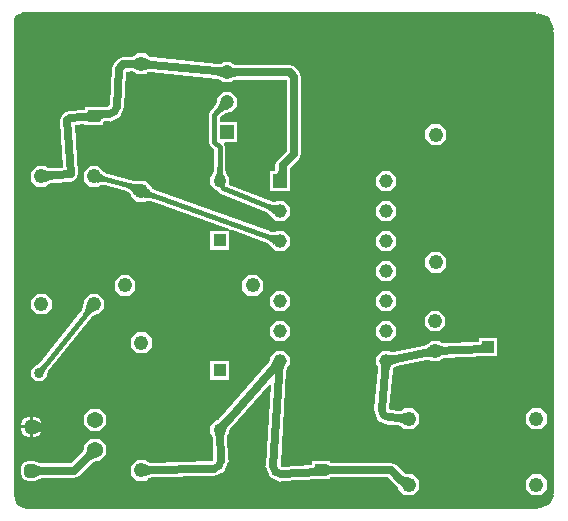
<source format=gbr>
G04*
G04 #@! TF.GenerationSoftware,Altium Limited,Altium Designer,24.7.2 (38)*
G04*
G04 Layer_Physical_Order=1*
G04 Layer_Color=255*
%FSLAX44Y44*%
%MOMM*%
G71*
G04*
G04 #@! TF.SameCoordinates,DA7644E0-93A3-41EC-BC17-E7A0BFE8D910*
G04*
G04*
G04 #@! TF.FilePolarity,Positive*
G04*
G01*
G75*
G04:AMPARAMS|DCode=14|XSize=1.143mm|YSize=1.143mm|CornerRadius=0.2858mm|HoleSize=0mm|Usage=FLASHONLY|Rotation=0.000|XOffset=0mm|YOffset=0mm|HoleType=Round|Shape=RoundedRectangle|*
%AMROUNDEDRECTD14*
21,1,1.1430,0.5715,0,0,0.0*
21,1,0.5715,1.1430,0,0,0.0*
1,1,0.5715,0.2858,-0.2858*
1,1,0.5715,-0.2858,-0.2858*
1,1,0.5715,-0.2858,0.2858*
1,1,0.5715,0.2858,0.2858*
%
%ADD14ROUNDEDRECTD14*%
%ADD28C,0.6350*%
%ADD29C,0.4064*%
%ADD30R,1.2000X1.2000*%
%ADD31C,1.2000*%
%ADD32R,1.1000X1.1000*%
%ADD33C,1.1000*%
%ADD34R,1.0100X1.0100*%
%ADD35C,1.2400*%
%ADD36R,1.1700X1.1700*%
%ADD37C,1.1700*%
%ADD38R,1.3700X1.3700*%
%ADD39C,1.3700*%
%ADD40C,1.2180*%
%ADD41C,0.8585*%
G36*
X443830Y421376D02*
Y421376D01*
X444464Y420437D01*
X444463Y420330D01*
X444500Y420314D01*
X444500Y420384D01*
X445770Y421232D01*
X454998Y417410D01*
X459032Y407670D01*
X458383Y406631D01*
X458304Y406506D01*
X458096Y406400D01*
X458034D01*
X458432Y405439D01*
X458640Y405266D01*
X459357Y404666D01*
Y14644D01*
X458455Y13750D01*
X458050Y13754D01*
X458034Y13716D01*
X458743Y12446D01*
X455726Y5162D01*
X447802Y1880D01*
X446532Y2638D01*
X446532Y2850D01*
X446506Y2839D01*
X446480Y2828D01*
X446483Y2579D01*
X445754Y1690D01*
X445593Y1527D01*
X11850D01*
X10956Y2429D01*
X10960Y2834D01*
X10922Y2850D01*
X9652Y2371D01*
X4507Y4502D01*
X2363Y9677D01*
X2840Y10950D01*
X2840Y10951D01*
X2850Y11430D01*
X2829Y11480D01*
X2431Y11475D01*
X1527Y12367D01*
Y415798D01*
X2138D01*
X3668Y419492D01*
X6096Y420498D01*
X7366Y420314D01*
X7827Y420505D01*
X7806Y420688D01*
X8650Y421637D01*
X443572D01*
X443830Y421376D01*
D02*
G37*
%LPC*%
G36*
X362653Y326948D02*
X355412D01*
X350292Y321828D01*
Y314588D01*
X355412Y309468D01*
X362653D01*
X367772Y314588D01*
Y321828D01*
X362653Y326948D01*
D02*
G37*
G36*
X320467Y287282D02*
X313517D01*
X308602Y282367D01*
Y275417D01*
X313517Y270502D01*
X320467D01*
X325382Y275417D01*
Y282367D01*
X320467Y287282D01*
D02*
G37*
G36*
X113333Y386943D02*
X106093D01*
X104315Y385166D01*
X104004Y385088D01*
X103718Y384876D01*
X103469Y384738D01*
X103073Y384568D01*
X102537Y384389D01*
X101867Y384213D01*
X101297Y384095D01*
X94143Y383699D01*
X92153Y382742D01*
X90112Y381896D01*
X86547Y378331D01*
X85706Y376301D01*
X84746Y374325D01*
X82933Y343908D01*
X82651Y342757D01*
X82173Y342560D01*
X81989Y342114D01*
X80824Y341889D01*
X71763Y341791D01*
X70661Y341321D01*
X65594D01*
X65350Y341468D01*
X65138Y341416D01*
X64936Y341500D01*
X64504Y341321D01*
X62365D01*
Y339597D01*
X62300Y339566D01*
X61871Y339417D01*
X61768Y339392D01*
X48590Y338526D01*
X44345Y336431D01*
X42476Y334299D01*
X41716Y332058D01*
X40955Y329816D01*
X43558Y290220D01*
X32992Y289525D01*
X32303Y289590D01*
X31617Y289693D01*
X31058Y289816D01*
X30634Y289948D01*
X30349Y290070D01*
X30014Y290267D01*
X29975Y290272D01*
X28702Y291546D01*
X21461D01*
X16341Y286426D01*
Y279186D01*
X21461Y274066D01*
X28702D01*
X30592Y275956D01*
X30948Y276055D01*
X31254Y276294D01*
X31521Y276452D01*
X31925Y276638D01*
X32463Y276834D01*
X33129Y277026D01*
X33804Y277180D01*
X50542Y278281D01*
X54788Y280375D01*
X56309Y284859D01*
X53575Y326455D01*
X61475Y326974D01*
X62365Y326141D01*
Y326141D01*
X64504D01*
X64936Y325962D01*
X65227Y326083D01*
X65538Y326029D01*
X65697Y326141D01*
X77545D01*
Y328751D01*
X77677Y328993D01*
X77696Y329168D01*
X77806Y329235D01*
X78149Y329379D01*
X78556Y329492D01*
X82795Y329538D01*
X82821Y329081D01*
X91894Y332839D01*
X95404Y341314D01*
X95173Y341328D01*
X96956Y371244D01*
X97189Y371477D01*
X101482Y371715D01*
X101499Y371714D01*
X102270Y371626D01*
X102954Y371506D01*
X103515Y371367D01*
X103950Y371219D01*
X104254Y371079D01*
X104609Y370858D01*
X104715Y370840D01*
X106093Y369463D01*
X113333D01*
X114520Y370650D01*
X114726Y370762D01*
X115015Y370874D01*
X115444Y370990D01*
X116007Y371094D01*
X116695Y371174D01*
X117386Y371215D01*
X173801Y365542D01*
X174291Y365417D01*
X174922Y365219D01*
X175420Y365026D01*
X175779Y364851D01*
X175994Y364717D01*
X176248Y364505D01*
X176652Y364380D01*
X178657Y362375D01*
X185732D01*
X187256Y363899D01*
X187470Y363943D01*
X187745Y364128D01*
X187971Y364239D01*
X188347Y364378D01*
X188862Y364520D01*
X189508Y364654D01*
X190009Y364729D01*
X232773D01*
X232869Y364633D01*
Y304691D01*
X225123Y296945D01*
X223311Y292571D01*
Y288264D01*
X223203Y287861D01*
X223065Y287522D01*
X223010Y287432D01*
X222850Y287414D01*
X222608Y287282D01*
X218432D01*
Y270502D01*
X235212D01*
Y280430D01*
X235683Y281567D01*
Y290009D01*
X243429Y297755D01*
X245241Y302129D01*
Y367195D01*
X243429Y371570D01*
X239709Y375289D01*
X235335Y377101D01*
X190009D01*
X189508Y377177D01*
X188862Y377310D01*
X188346Y377453D01*
X187971Y377591D01*
X187744Y377703D01*
X187470Y377888D01*
X187256Y377931D01*
X185732Y379455D01*
X178657D01*
X177512Y378310D01*
X177352Y378224D01*
X177115Y378135D01*
X176728Y378035D01*
X176201Y377945D01*
X175545Y377877D01*
X175039Y377852D01*
X118624Y383524D01*
X117956Y383702D01*
X117296Y383917D01*
X116765Y384131D01*
X116368Y384330D01*
X116107Y384498D01*
X115810Y384747D01*
X115400Y384876D01*
X113333Y386943D01*
D02*
G37*
G36*
X320467Y261882D02*
X313517D01*
X308602Y256967D01*
Y250017D01*
X313517Y245102D01*
X320467D01*
X325382Y250017D01*
Y256967D01*
X320467Y261882D01*
D02*
G37*
G36*
X185732Y354055D02*
X178657D01*
X173655Y349053D01*
Y346839D01*
X173516Y346612D01*
X173402Y345877D01*
X173251Y345252D01*
X173042Y344616D01*
X172773Y343969D01*
X172440Y343309D01*
X172041Y342634D01*
X171594Y341978D01*
X171302Y341621D01*
X168123Y338442D01*
X166674Y334943D01*
Y312221D01*
X168123Y308722D01*
X171073Y305772D01*
Y288065D01*
X171065Y287992D01*
X170933Y287244D01*
X170770Y286561D01*
X170578Y285942D01*
X170359Y285385D01*
X170117Y284888D01*
X169853Y284446D01*
X169494Y283951D01*
X169432Y283690D01*
X167982Y282240D01*
Y275580D01*
X172692Y270870D01*
X174086D01*
X174126Y270778D01*
X176837Y268134D01*
X215711Y252602D01*
X215921Y252486D01*
X216606Y252054D01*
X217221Y251608D01*
X217768Y251153D01*
X218251Y250688D01*
X218432Y250484D01*
Y250017D01*
X223347Y245102D01*
X230297D01*
X235212Y250017D01*
Y256967D01*
X230297Y261882D01*
X223347D01*
X222927Y261463D01*
X222543Y261430D01*
X221873Y261426D01*
X221162Y261473D01*
X220410Y261574D01*
X219652Y261725D01*
X219291Y261830D01*
X184062Y275906D01*
Y282240D01*
X182612Y283690D01*
X182550Y283951D01*
X182191Y284446D01*
X181927Y284888D01*
X181685Y285385D01*
X181466Y285942D01*
X181274Y286561D01*
X181110Y287244D01*
X180986Y287956D01*
X180971Y288117D01*
Y307822D01*
X179942Y310305D01*
X180791Y311575D01*
X190735D01*
Y328655D01*
X176571D01*
Y332893D01*
X178384Y334706D01*
X178626Y334893D01*
X179314Y335362D01*
X179988Y335761D01*
X180648Y336093D01*
X181296Y336362D01*
X181931Y336571D01*
X182557Y336722D01*
X183291Y336837D01*
X183519Y336975D01*
X185732D01*
X190735Y341978D01*
Y349053D01*
X185732Y354055D01*
D02*
G37*
G36*
X320467Y236482D02*
X313517D01*
X308602Y231567D01*
Y224617D01*
X313517Y219702D01*
X320467D01*
X325382Y224617D01*
Y231567D01*
X320467Y236482D01*
D02*
G37*
G36*
X73151Y291546D02*
X65911D01*
X60791Y286426D01*
Y279186D01*
X65911Y274066D01*
X73151D01*
X74033Y274947D01*
X74461Y275078D01*
X75159Y275233D01*
X75894Y275338D01*
X76668Y275392D01*
X77485Y275393D01*
X78306Y275341D01*
X78869Y275255D01*
X97437Y270409D01*
X97957Y270142D01*
X98584Y269745D01*
X99182Y269287D01*
X99753Y268764D01*
X100300Y268171D01*
X100824Y267502D01*
X100973Y267280D01*
Y266483D01*
X106093Y261363D01*
X113333D01*
X113937Y261968D01*
X114644Y262059D01*
X115385Y262098D01*
X116161Y262083D01*
X116975Y262011D01*
X117788Y261886D01*
X118341Y261751D01*
X183934Y238220D01*
X183713Y236950D01*
X182879Y236950D01*
X182879Y236950D01*
X182844Y236950D01*
X167982D01*
Y220870D01*
X184062D01*
Y235824D01*
X184062Y235826D01*
Y235826D01*
X184062Y236825D01*
X184887Y237878D01*
X215750Y226806D01*
X215964Y226698D01*
X216664Y226290D01*
X217294Y225867D01*
X217857Y225431D01*
X218356Y224984D01*
X218432Y224905D01*
Y224617D01*
X219560Y223489D01*
X219571Y223473D01*
X219586Y223463D01*
X223347Y219702D01*
X230297D01*
X235212Y224617D01*
Y231567D01*
X230297Y236482D01*
X223347D01*
X222802Y235938D01*
X222263Y235873D01*
X221593Y235844D01*
X220881Y235866D01*
X220126Y235940D01*
X219363Y236064D01*
X218999Y236156D01*
X121550Y271114D01*
X121204Y271293D01*
X120462Y271734D01*
X119789Y272195D01*
X119180Y272677D01*
X118633Y273179D01*
X118453Y273371D01*
Y273724D01*
X113333Y278843D01*
X106093D01*
X105962Y278712D01*
X105692Y278717D01*
X105062Y278779D01*
X103239Y279124D01*
X81232Y284867D01*
X80871Y285014D01*
X80093Y285387D01*
X79381Y285787D01*
X78731Y286213D01*
X78142Y286663D01*
X77609Y287139D01*
X77129Y287641D01*
X76627Y288257D01*
X76222Y288476D01*
X73151Y291546D01*
D02*
G37*
G36*
X362653Y218848D02*
X355412D01*
X350292Y213728D01*
Y206488D01*
X355412Y201368D01*
X362653D01*
X367772Y206488D01*
Y213728D01*
X362653Y218848D01*
D02*
G37*
G36*
X320467Y211082D02*
X313517D01*
X308602Y206167D01*
Y199217D01*
X313517Y194302D01*
X320467D01*
X325382Y199217D01*
Y206167D01*
X320467Y211082D01*
D02*
G37*
G36*
X207631Y199224D02*
X200390D01*
X195270Y194105D01*
Y186864D01*
X200390Y181744D01*
X207631D01*
X212750Y186864D01*
Y194105D01*
X207631Y199224D01*
D02*
G37*
G36*
X99531D02*
X92290D01*
X87170Y194105D01*
Y186864D01*
X92290Y181744D01*
X99531D01*
X104650Y186864D01*
Y194105D01*
X99531Y199224D01*
D02*
G37*
G36*
X320467Y185682D02*
X313517D01*
X308602Y180767D01*
Y173817D01*
X313517Y168902D01*
X320467D01*
X325382Y173817D01*
Y180767D01*
X320467Y185682D01*
D02*
G37*
G36*
X230297D02*
X223347D01*
X218432Y180767D01*
Y173817D01*
X223347Y168902D01*
X230297D01*
X235212Y173817D01*
Y180767D01*
X230297Y185682D01*
D02*
G37*
G36*
X28702Y183446D02*
X21461D01*
X16341Y178326D01*
Y171086D01*
X21461Y165966D01*
X28702D01*
X33821Y171086D01*
Y178326D01*
X28702Y183446D01*
D02*
G37*
G36*
X361857Y168973D02*
X354708D01*
X349652Y163918D01*
Y156768D01*
X354708Y151713D01*
X361857D01*
X366912Y156768D01*
Y163918D01*
X361857Y168973D01*
D02*
G37*
G36*
X320467Y160282D02*
X313517D01*
X308602Y155367D01*
Y148417D01*
X313517Y143502D01*
X320467D01*
X325382Y148417D01*
Y155367D01*
X320467Y160282D01*
D02*
G37*
G36*
X230297D02*
X223347D01*
X218432Y155367D01*
Y148417D01*
X223347Y143502D01*
X230297D01*
X235212Y148417D01*
Y155367D01*
X230297Y160282D01*
D02*
G37*
G36*
X410974Y146053D02*
X395794D01*
Y143360D01*
X395662Y143118D01*
X395639Y142905D01*
X395482Y142804D01*
X395129Y142646D01*
X394714Y142519D01*
X366092Y141431D01*
X365504Y141499D01*
X364839Y141614D01*
X364303Y141744D01*
X363904Y141876D01*
X363651Y141991D01*
X363348Y142180D01*
X363231Y142199D01*
X361857Y143573D01*
X354708D01*
X352099Y140964D01*
X351642Y140769D01*
X351393Y140514D01*
X351173Y140342D01*
X350818Y140119D01*
X350328Y139865D01*
X349710Y139595D01*
X349155Y139389D01*
X323091Y134054D01*
X322626Y134016D01*
X322021Y134012D01*
X321515Y134041D01*
X321274Y134075D01*
X320467Y134882D01*
X313517D01*
X308602Y129967D01*
Y123017D01*
X309730Y121889D01*
X309825Y121714D01*
X309898Y121517D01*
X309977Y121208D01*
X310142Y119989D01*
X310158Y119678D01*
X307104Y86267D01*
X307096Y86257D01*
X306998Y86266D01*
X306530Y85136D01*
X310354Y75902D01*
X318679Y72454D01*
X318690Y72615D01*
X318717Y72631D01*
X318727Y72630D01*
X327316Y72037D01*
X327990Y71881D01*
X328656Y71687D01*
X329193Y71489D01*
X329596Y71302D01*
X329863Y71143D01*
X330168Y70903D01*
X330530Y70802D01*
X332436Y68895D01*
X339677D01*
X344796Y74015D01*
Y81255D01*
X339677Y86375D01*
X332436D01*
X331177Y85115D01*
X331148Y85111D01*
X330813Y84916D01*
X330527Y84795D01*
X330102Y84664D01*
X329543Y84543D01*
X328857Y84442D01*
X328168Y84380D01*
X321453Y84843D01*
X321440Y84845D01*
X320457Y85091D01*
X320141Y85462D01*
X320075Y85622D01*
X319966Y85667D01*
X319628Y86064D01*
X319597Y87027D01*
X322470Y118469D01*
X322568Y118925D01*
X322739Y119506D01*
X322913Y119981D01*
X323067Y120314D01*
X323175Y120494D01*
X323355Y120718D01*
X323374Y120781D01*
X323434Y120806D01*
X323636Y121010D01*
X323804Y121137D01*
X324077Y121302D01*
X325196Y121812D01*
X325489Y121917D01*
X351635Y127268D01*
X352227Y127297D01*
X352902Y127292D01*
X353452Y127251D01*
X353829Y127191D01*
X354708Y126313D01*
X361857D01*
X363582Y128038D01*
X363883Y128112D01*
X364170Y128323D01*
X364415Y128457D01*
X364802Y128619D01*
X365326Y128790D01*
X365981Y128954D01*
X366562Y129068D01*
X401744Y130406D01*
X402759Y130872D01*
X410974D01*
Y146053D01*
D02*
G37*
G36*
X113333Y150723D02*
X106093D01*
X100973Y145604D01*
Y138363D01*
X106093Y133243D01*
X113333D01*
X118453Y138363D01*
Y145604D01*
X113333Y150723D01*
D02*
G37*
G36*
X184062Y126512D02*
X167982D01*
Y110432D01*
X184062D01*
Y126512D01*
D02*
G37*
G36*
X73151Y183446D02*
X65911D01*
X60791Y178326D01*
Y175241D01*
X60584Y174789D01*
X60554Y173994D01*
X60473Y173305D01*
X60333Y172604D01*
X60134Y171889D01*
X59871Y171158D01*
X59543Y170410D01*
X59165Y169680D01*
X58859Y169199D01*
X23138Y124080D01*
X23018Y123959D01*
X22655Y123640D01*
X22312Y123372D01*
X22018Y123175D01*
X21784Y123045D01*
X21617Y122972D01*
X21412Y122911D01*
X20284D01*
X16281Y118908D01*
Y113248D01*
X20284Y109245D01*
X25944D01*
X29947Y113248D01*
Y115505D01*
X30151Y115922D01*
X30168Y116203D01*
X30200Y116381D01*
X30273Y116640D01*
X30398Y116970D01*
X30579Y117366D01*
X30793Y117767D01*
X30943Y117995D01*
X66707Y163166D01*
X66987Y163437D01*
X67641Y163999D01*
X68294Y164489D01*
X68945Y164913D01*
X69595Y165271D01*
X70245Y165567D01*
X70898Y165805D01*
X71482Y165966D01*
X73151D01*
X78271Y171086D01*
Y178326D01*
X73151Y183446D01*
D02*
G37*
G36*
X19621Y79312D02*
X18034D01*
Y71882D01*
X21047D01*
Y75939D01*
X21629Y75530D01*
X22254Y75164D01*
X22921Y74841D01*
X23631Y74562D01*
X24383Y74325D01*
X25178Y74131D01*
X25191Y74129D01*
X23753Y77601D01*
X19621Y79312D01*
D02*
G37*
G36*
X15494D02*
X13907D01*
X9775Y77601D01*
X8064Y73470D01*
Y71882D01*
X15494D01*
Y79312D01*
D02*
G37*
G36*
X447777Y86375D02*
X440536D01*
X435416Y81255D01*
Y74015D01*
X440536Y68895D01*
X447777D01*
X452896Y74015D01*
Y81255D01*
X447777Y86375D01*
D02*
G37*
G36*
X74480Y86046D02*
X66701D01*
X61200Y80546D01*
Y72767D01*
X66701Y67266D01*
X74480D01*
X79980Y72767D01*
Y80546D01*
X74480Y86046D01*
D02*
G37*
G36*
X21047Y69342D02*
X18034D01*
Y61912D01*
X19621D01*
X23753Y63623D01*
X25191Y67095D01*
X25178Y67093D01*
X24383Y66899D01*
X23631Y66662D01*
X22921Y66383D01*
X22254Y66060D01*
X21629Y65694D01*
X21047Y65285D01*
Y69342D01*
D02*
G37*
G36*
X15494D02*
X8064D01*
Y67755D01*
X9775Y63623D01*
X13907Y61912D01*
X15494D01*
Y69342D01*
D02*
G37*
G36*
X74480Y60646D02*
X66701D01*
X61200Y55146D01*
Y52699D01*
X61076Y52505D01*
X60977Y51946D01*
X60838Y51477D01*
X60615Y50928D01*
X60319Y50342D01*
X59346Y48829D01*
X59126Y48541D01*
X50300Y39714D01*
X25375D01*
X25239Y39738D01*
X24614Y39891D01*
X24041Y40071D01*
X23518Y40277D01*
X23300Y40382D01*
X23245Y40517D01*
X22543Y40807D01*
X22119Y41105D01*
X21480Y41247D01*
X19114Y42228D01*
X13398D01*
X9267Y40517D01*
X7556Y36386D01*
Y30670D01*
X9267Y26539D01*
X13398Y24828D01*
X19114D01*
X21480Y25809D01*
X22119Y25951D01*
X22543Y26249D01*
X23245Y26539D01*
X23300Y26674D01*
X23518Y26779D01*
X24041Y26985D01*
X24614Y27165D01*
X25239Y27318D01*
X25375Y27342D01*
X52862D01*
X57236Y29154D01*
X67799Y39717D01*
X68221Y40055D01*
X68946Y40551D01*
X69638Y40965D01*
X70262Y41281D01*
X70811Y41504D01*
X71280Y41643D01*
X71838Y41742D01*
X72032Y41866D01*
X74480D01*
X79980Y47367D01*
Y55146D01*
X74480Y60646D01*
D02*
G37*
G36*
X230297Y134882D02*
X223347D01*
X218432Y129967D01*
Y127433D01*
X218253Y127122D01*
X218215Y126837D01*
X218159Y126635D01*
X218041Y126338D01*
X217458Y125255D01*
X217288Y124994D01*
X175585Y77363D01*
X175175Y77031D01*
X174813Y76773D01*
X174564Y76623D01*
X174467Y76578D01*
X174290Y76528D01*
X174270Y76512D01*
X172692D01*
X167982Y71802D01*
Y65142D01*
X169544Y63579D01*
X169607Y63300D01*
X169712Y63150D01*
X169760Y63054D01*
X169860Y62781D01*
X169978Y62353D01*
X170083Y61857D01*
X170089Y61809D01*
X170790Y43644D01*
X170702Y42668D01*
X170348Y42291D01*
X170212Y42234D01*
X170147Y42076D01*
X169805Y41711D01*
X168948Y41558D01*
X168815Y41537D01*
X117891Y40274D01*
X117205Y40367D01*
X116524Y40498D01*
X115971Y40644D01*
X115552Y40792D01*
X115272Y40926D01*
X114946Y41136D01*
X114792Y41164D01*
X113333Y42623D01*
X106093D01*
X100973Y37503D01*
Y30263D01*
X106093Y25143D01*
X113333D01*
X115024Y26834D01*
X115300Y26899D01*
X115615Y27125D01*
X115887Y27272D01*
X116299Y27441D01*
X116844Y27615D01*
X117518Y27779D01*
X118198Y27906D01*
X171009Y29216D01*
X171016Y29212D01*
X171026Y28825D01*
X179933Y32514D01*
X183435Y40969D01*
X183758Y41748D01*
X183552Y42244D01*
X183181Y43365D01*
X182450Y62314D01*
X182519Y62836D01*
X182605Y63273D01*
X182683Y63553D01*
X182723Y63652D01*
X182817Y63810D01*
X182831Y63911D01*
X184062Y65142D01*
Y67527D01*
X184236Y67820D01*
X184263Y68001D01*
X184295Y68104D01*
X184410Y68370D01*
X184618Y68763D01*
X184882Y69196D01*
X184912Y69235D01*
X218254Y107316D01*
X219429Y106833D01*
X215235Y37913D01*
X215223Y37898D01*
X214997Y37911D01*
X214690Y37169D01*
X214904Y36653D01*
X218515Y27935D01*
X227083Y24386D01*
X227749Y24110D01*
X228355Y24361D01*
Y24361D01*
X228363Y24648D01*
X260676Y26229D01*
X261656Y26693D01*
X266568D01*
X266777Y26558D01*
X267029Y26613D01*
X267268Y26514D01*
X267699Y26693D01*
X269838D01*
Y28054D01*
X270017Y28097D01*
X318651D01*
X326342Y20406D01*
X326590Y20303D01*
X327202Y19602D01*
X327316Y19457D01*
Y18135D01*
X332436Y13015D01*
X339677D01*
X344796Y18135D01*
Y25375D01*
X339677Y30495D01*
X336583D01*
X336147Y30701D01*
X335501Y30732D01*
X334984Y30815D01*
X334433Y30961D01*
X333844Y31180D01*
X333218Y31477D01*
X332553Y31859D01*
X332039Y32205D01*
X325587Y38657D01*
X321213Y40469D01*
X270017D01*
X269838Y40511D01*
Y41873D01*
X267699D01*
X267268Y42052D01*
X267029Y41953D01*
X266777Y42008D01*
X266568Y41873D01*
X254658D01*
Y39149D01*
X254526Y38907D01*
X254501Y38678D01*
X254326Y38563D01*
X253969Y38400D01*
X253551Y38267D01*
X229673Y37099D01*
X229485Y37103D01*
X229252Y37118D01*
X228247Y37648D01*
X228229Y37667D01*
X227712Y38699D01*
X227704Y38876D01*
X227701Y39095D01*
X232542Y118639D01*
X232626Y119098D01*
X232778Y119683D01*
X232938Y120164D01*
X233081Y120501D01*
X233184Y120685D01*
X233358Y120914D01*
X233446Y121251D01*
X235212Y123017D01*
Y129967D01*
X230297Y134882D01*
D02*
G37*
G36*
X447777Y30495D02*
X440536D01*
X435416Y25375D01*
Y18135D01*
X440536Y13015D01*
X447777D01*
X452896Y18135D01*
Y25375D01*
X447777Y30495D01*
D02*
G37*
%LPD*%
G36*
X178004Y366621D02*
X177607Y366950D01*
X177113Y367259D01*
X176521Y367548D01*
X175831Y367815D01*
X175044Y368062D01*
X174160Y368288D01*
X172099Y368678D01*
X169648Y368986D01*
X170283Y375304D01*
X171560Y375191D01*
X174844Y375089D01*
X175755Y375135D01*
X176576Y375220D01*
X177305Y375345D01*
X177942Y375510D01*
X178488Y375714D01*
X178943Y375958D01*
X178004Y366621D01*
D02*
G37*
G36*
X114475Y382278D02*
X115005Y381939D01*
X115632Y381623D01*
X116355Y381332D01*
X117176Y381064D01*
X118093Y380821D01*
X120219Y380405D01*
X122732Y380085D01*
X122096Y373767D01*
X120788Y373882D01*
X117404Y373970D01*
X116457Y373914D01*
X115599Y373815D01*
X114832Y373673D01*
X114156Y373489D01*
X113569Y373262D01*
X113073Y372993D01*
X114043Y382641D01*
X114475Y382278D01*
D02*
G37*
G36*
X106063Y373191D02*
X105561Y373504D01*
X104970Y373776D01*
X104290Y374008D01*
X103521Y374198D01*
X102663Y374348D01*
X101716Y374456D01*
X99556Y374552D01*
X98343Y374538D01*
X97040Y374484D01*
X96883Y380835D01*
X98203Y380924D01*
X101571Y381344D01*
X102496Y381536D01*
X103322Y381753D01*
X104050Y381996D01*
X104679Y382265D01*
X105210Y382559D01*
X105642Y382879D01*
X106063Y373191D01*
D02*
G37*
G36*
X186362Y375319D02*
X186886Y375061D01*
X187503Y374833D01*
X188216Y374636D01*
X189024Y374469D01*
X189926Y374333D01*
X192016Y374151D01*
X194486Y374090D01*
Y367740D01*
X193204Y367725D01*
X189926Y367497D01*
X189024Y367361D01*
X188216Y367194D01*
X187503Y366997D01*
X186886Y366769D01*
X186362Y366511D01*
X185934Y366223D01*
Y375607D01*
X186362Y375319D01*
D02*
G37*
G36*
X81324Y332533D02*
X80114Y332489D01*
X79031Y332382D01*
X78075Y332213D01*
X77246Y331981D01*
X76544Y331688D01*
X75970Y331333D01*
X75523Y330915D01*
X75203Y330435D01*
X75010Y329893D01*
X74944Y329290D01*
X74975Y338750D01*
X75038Y338763D01*
X75227Y338776D01*
X81290Y338884D01*
X81324Y332533D01*
D02*
G37*
G36*
X64936Y328711D02*
X64872Y328994D01*
X64682Y329237D01*
X64365Y329443D01*
X63922Y329610D01*
X63352Y329738D01*
X62655Y329828D01*
X61831Y329879D01*
X59803Y329867D01*
X58599Y329803D01*
Y336166D01*
X59803Y336267D01*
X61831Y336574D01*
X62655Y336780D01*
X63352Y337020D01*
X63922Y337296D01*
X64365Y337607D01*
X64682Y337953D01*
X64872Y338334D01*
X64936Y338750D01*
Y328711D01*
D02*
G37*
G36*
X232642Y284711D02*
X223147Y284681D01*
X223750Y284747D01*
X224290Y284939D01*
X224766Y285260D01*
X225179Y285707D01*
X225528Y286281D01*
X225814Y286983D01*
X226036Y287812D01*
X226195Y288768D01*
X226290Y289851D01*
X226322Y291061D01*
X232672D01*
X232642Y284711D01*
D02*
G37*
G36*
X29106Y287611D02*
X29684Y287364D01*
X30354Y287156D01*
X31116Y286988D01*
X31969Y286860D01*
X32915Y286771D01*
X35079Y286712D01*
X37611Y286812D01*
X38027Y280475D01*
X36718Y280372D01*
X33366Y279900D01*
X32441Y279689D01*
X31612Y279450D01*
X30879Y279183D01*
X30241Y278890D01*
X29700Y278569D01*
X29255Y278221D01*
X28619Y287897D01*
X29106Y287611D01*
D02*
G37*
G36*
X182868Y339553D02*
X182022Y339421D01*
X181178Y339217D01*
X180338Y338942D01*
X179501Y338594D01*
X178668Y338174D01*
X177837Y337682D01*
X177010Y337119D01*
X176187Y336483D01*
X175366Y335775D01*
X174548Y334995D01*
X171675Y337869D01*
X172454Y338686D01*
X173798Y340331D01*
X174362Y341158D01*
X174854Y341988D01*
X175273Y342822D01*
X175621Y343659D01*
X175897Y344499D01*
X176101Y345342D01*
X176233Y346189D01*
X182868Y339553D01*
D02*
G37*
G36*
X178077Y289559D02*
X178258Y287592D01*
X178417Y286686D01*
X178621Y285832D01*
X178871Y285030D01*
X179166Y284279D01*
X179506Y283580D01*
X179892Y282933D01*
X180323Y282338D01*
X171721D01*
X172152Y282933D01*
X172538Y283580D01*
X172878Y284279D01*
X173173Y285030D01*
X173423Y285832D01*
X173627Y286686D01*
X173786Y287592D01*
X173899Y288550D01*
X173990Y290621D01*
X178054D01*
X178077Y289559D01*
D02*
G37*
G36*
X217002Y259631D02*
X218999Y259052D01*
X219957Y258861D01*
X220888Y258736D01*
X221791Y258676D01*
X222668Y258682D01*
X223517Y258753D01*
X224339Y258890D01*
X225133Y259093D01*
X221739Y250597D01*
X221303Y251291D01*
X220801Y251957D01*
X220235Y252594D01*
X219604Y253202D01*
X218908Y253781D01*
X218147Y254332D01*
X217322Y254853D01*
X216431Y255346D01*
X215475Y255810D01*
X214455Y256245D01*
X215963Y260019D01*
X217002Y259631D01*
D02*
G37*
G36*
X75066Y285819D02*
X75698Y285160D01*
X76389Y284543D01*
X77141Y283968D01*
X77953Y283436D01*
X78824Y282946D01*
X79756Y282500D01*
X80748Y282095D01*
X81799Y281733D01*
X82911Y281414D01*
X81885Y277482D01*
X80759Y277747D01*
X78602Y278077D01*
X77571Y278142D01*
X76571Y278141D01*
X75603Y278074D01*
X74666Y277939D01*
X73761Y277739D01*
X72888Y277472D01*
X72046Y277139D01*
X74495Y286521D01*
X75066Y285819D01*
D02*
G37*
G36*
X100407Y276861D02*
X104672Y276055D01*
X105533Y275971D01*
X107008Y275943D01*
X107623Y276000D01*
X108155Y276104D01*
X104229Y267210D01*
X103663Y268202D01*
X103052Y269116D01*
X102396Y269953D01*
X101695Y270713D01*
X100949Y271397D01*
X100159Y272003D01*
X99323Y272532D01*
X98441Y272984D01*
X97515Y273358D01*
X96544Y273656D01*
X99135Y277180D01*
X100407Y276861D01*
D02*
G37*
G36*
X115494Y272612D02*
X116064Y271898D01*
X116698Y271222D01*
X117396Y270583D01*
X118157Y269981D01*
X118982Y269416D01*
X119870Y268888D01*
X120821Y268397D01*
X121837Y267943D01*
X122915Y267526D01*
X121543Y263701D01*
X120445Y264064D01*
X118326Y264585D01*
X117305Y264742D01*
X116309Y264830D01*
X115339Y264849D01*
X114394Y264799D01*
X113475Y264680D01*
X112581Y264492D01*
X111713Y264235D01*
X114987Y273362D01*
X115494Y272612D01*
D02*
G37*
G36*
X216789Y233877D02*
X218806Y233370D01*
X219770Y233213D01*
X220704Y233121D01*
X221609Y233093D01*
X222485Y233130D01*
X223331Y233232D01*
X224148Y233398D01*
X224935Y233629D01*
X221845Y225017D01*
X221385Y225696D01*
X220860Y226343D01*
X220271Y226959D01*
X219619Y227545D01*
X218903Y228099D01*
X218123Y228622D01*
X217279Y229113D01*
X216371Y229574D01*
X215400Y230004D01*
X214365Y230402D01*
X215737Y234227D01*
X216789Y233877D01*
D02*
G37*
G36*
X398364Y133443D02*
X398302Y133412D01*
X398116Y133379D01*
X397804Y133344D01*
X394381Y133145D01*
X392140Y133054D01*
X392019Y139404D01*
X393229Y139482D01*
X394311Y139618D01*
X395266Y139813D01*
X396095Y140067D01*
X396796Y140380D01*
X397370Y140751D01*
X397817Y141181D01*
X398137Y141669D01*
X398329Y142217D01*
X398395Y142823D01*
X398364Y133443D01*
D02*
G37*
G36*
X329320Y125774D02*
X328090Y125508D01*
X324994Y124661D01*
X324161Y124361D01*
X322792Y123738D01*
X322256Y123414D01*
X321819Y123082D01*
X321481Y122741D01*
X319647Y131705D01*
X320091Y131524D01*
X320623Y131390D01*
X321243Y131303D01*
X321951Y131262D01*
X322747Y131268D01*
X324603Y131419D01*
X325663Y131565D01*
X328046Y131995D01*
X329320Y125774D01*
D02*
G37*
G36*
X362351Y139562D02*
X362901Y139313D01*
X363544Y139099D01*
X364281Y138920D01*
X365110Y138777D01*
X366033Y138669D01*
X368159Y138560D01*
X370657Y138591D01*
X370899Y132246D01*
X369604Y132181D01*
X366294Y131816D01*
X365382Y131639D01*
X364565Y131433D01*
X363845Y131199D01*
X363219Y130937D01*
X362690Y130647D01*
X362256Y130328D01*
X361894Y139846D01*
X362351Y139562D01*
D02*
G37*
G36*
X355519Y129516D02*
X355022Y129722D01*
X354438Y129879D01*
X353769Y129985D01*
X353013Y130041D01*
X352171Y130046D01*
X351243Y130002D01*
X349128Y129764D01*
X346668Y129325D01*
X345395Y135546D01*
X346661Y135822D01*
X349868Y136721D01*
X350739Y137045D01*
X351511Y137381D01*
X352183Y137730D01*
X352757Y138090D01*
X353233Y138463D01*
X353609Y138848D01*
X355519Y129516D01*
D02*
G37*
G36*
X321216Y122445D02*
X320915Y122072D01*
X320633Y121601D01*
X320370Y121032D01*
X320126Y120366D01*
X319902Y119602D01*
X319511Y117782D01*
X319344Y116725D01*
X319068Y114319D01*
X312744Y114897D01*
X312845Y116152D01*
X312927Y119360D01*
X312881Y120244D01*
X312680Y121735D01*
X312525Y122342D01*
X312333Y122856D01*
X312104Y123277D01*
X321216Y122445D01*
D02*
G37*
G36*
X331868Y73064D02*
X331424Y73413D01*
X330884Y73736D01*
X330247Y74031D01*
X329515Y74300D01*
X328687Y74541D01*
X327762Y74756D01*
X325625Y75105D01*
X323103Y75346D01*
X323540Y81681D01*
X324851Y81607D01*
X328236Y81625D01*
X329181Y81711D01*
X330035Y81837D01*
X330797Y82002D01*
X331468Y82207D01*
X332047Y82453D01*
X332535Y82738D01*
X331868Y73064D01*
D02*
G37*
G36*
X70934Y168667D02*
X70061Y168426D01*
X69203Y168114D01*
X68359Y167729D01*
X67531Y167272D01*
X66717Y166744D01*
X65918Y166143D01*
X65134Y165470D01*
X64365Y164725D01*
X63610Y163908D01*
X62870Y163019D01*
X59684Y165542D01*
X60380Y166466D01*
X61550Y168307D01*
X62025Y169225D01*
X62427Y170140D01*
X62755Y171054D01*
X63009Y171965D01*
X63190Y172874D01*
X63297Y173781D01*
X63331Y174686D01*
X70934Y168667D01*
D02*
G37*
G36*
X30252Y121820D02*
X29710Y121114D01*
X28428Y119174D01*
X28114Y118587D01*
X27859Y118029D01*
X27660Y117500D01*
X27518Y117001D01*
X27434Y116532D01*
X27407Y116092D01*
X22143Y120259D01*
X22565Y120387D01*
X23002Y120576D01*
X23456Y120829D01*
X23924Y121143D01*
X24409Y121521D01*
X24909Y121960D01*
X25956Y123026D01*
X26503Y123653D01*
X27065Y124342D01*
X30252Y121820D01*
D02*
G37*
G36*
X71359Y44450D02*
X70647Y44323D01*
X69901Y44102D01*
X69122Y43786D01*
X68309Y43374D01*
X67463Y42867D01*
X66583Y42266D01*
X64724Y40776D01*
X63744Y39889D01*
X62731Y38907D01*
X58241Y43397D01*
X59223Y44410D01*
X60903Y46336D01*
X61599Y47249D01*
X62708Y48975D01*
X63120Y49788D01*
X63436Y50567D01*
X63657Y51313D01*
X63783Y52025D01*
X71359Y44450D01*
D02*
G37*
G36*
X21121Y38446D02*
X21746Y38080D01*
X22413Y37757D01*
X23123Y37478D01*
X23875Y37241D01*
X24669Y37047D01*
X25507Y36897D01*
X26386Y36789D01*
X28273Y36703D01*
Y30353D01*
X27308Y30331D01*
X25507Y30159D01*
X24669Y30009D01*
X23875Y29815D01*
X23123Y29578D01*
X22413Y29299D01*
X21746Y28976D01*
X21121Y28610D01*
X20539Y28201D01*
Y38855D01*
X21121Y38446D01*
D02*
G37*
G36*
X225357Y122928D02*
X231167Y122575D01*
X230877Y122193D01*
X230610Y121713D01*
X230364Y121137D01*
X230141Y120464D01*
X229940Y119694D01*
X229604Y117863D01*
X229469Y116801D01*
X229266Y114388D01*
X222928Y114773D01*
X222991Y116030D01*
X222985Y117205D01*
X221350Y115422D01*
X216572Y119605D01*
X217391Y120561D01*
X219342Y123109D01*
X219825Y123851D01*
X220538Y125176D01*
X220769Y125758D01*
X220916Y126287D01*
X220978Y126762D01*
X225357Y122928D01*
D02*
G37*
G36*
X185717Y74725D02*
X184934Y73814D01*
X182608Y70747D01*
X182228Y70125D01*
X181929Y69562D01*
X181711Y69056D01*
X181573Y68608D01*
X181516Y68218D01*
X175044Y73884D01*
X175423Y73992D01*
X175849Y74188D01*
X176322Y74471D01*
X176841Y74842D01*
X177407Y75301D01*
X178680Y76481D01*
X180139Y78011D01*
X180939Y78908D01*
X185717Y74725D01*
D02*
G37*
G36*
X180251Y64873D02*
X180076Y64439D01*
X179928Y63908D01*
X179805Y63282D01*
X179709Y62560D01*
X179596Y60828D01*
X179587Y58713D01*
X179622Y57512D01*
X173277Y57267D01*
X173219Y58467D01*
X172801Y62293D01*
X172650Y63006D01*
X172480Y63621D01*
X172291Y64138D01*
X172083Y64558D01*
X171856Y64881D01*
X180452Y65212D01*
X180251Y64873D01*
D02*
G37*
G36*
X267331Y38952D02*
X267522Y38638D01*
X267839Y38362D01*
X268284Y38122D01*
X268855Y37919D01*
X269554Y37753D01*
X270379Y37624D01*
X271332Y37532D01*
X273618Y37458D01*
Y31108D01*
X272411Y31089D01*
X270379Y30942D01*
X269554Y30813D01*
X268855Y30647D01*
X268284Y30444D01*
X267839Y30204D01*
X267522Y29927D01*
X267331Y29614D01*
X267268Y29263D01*
Y39302D01*
X267331Y38952D01*
D02*
G37*
G36*
X113930Y38520D02*
X114498Y38249D01*
X115159Y38015D01*
X115913Y37816D01*
X116761Y37653D01*
X117701Y37525D01*
X119862Y37378D01*
X122395Y37374D01*
X122553Y31026D01*
X121241Y30977D01*
X117872Y30642D01*
X116939Y30468D01*
X116101Y30263D01*
X115357Y30027D01*
X114709Y29760D01*
X114155Y29462D01*
X113696Y29132D01*
X113456Y38826D01*
X113930Y38520D01*
D02*
G37*
G36*
X257229Y29263D02*
X257167Y29225D01*
X256981Y29183D01*
X256672Y29140D01*
X255001Y28996D01*
X251041Y28772D01*
X250886Y35122D01*
X252095Y35213D01*
X253177Y35362D01*
X254132Y35567D01*
X254960Y35830D01*
X255661Y36150D01*
X256234Y36528D01*
X256681Y36963D01*
X257001Y37455D01*
X257194Y38005D01*
X257259Y38612D01*
X257229Y29263D01*
D02*
G37*
G36*
X328516Y31510D02*
X330248Y30097D01*
X331099Y29524D01*
X331942Y29040D01*
X332775Y28645D01*
X333598Y28339D01*
X334413Y28122D01*
X335217Y27994D01*
X336013Y27955D01*
X330028Y20307D01*
X329921Y20541D01*
X329685Y20891D01*
X329321Y21356D01*
X328206Y22632D01*
X323164Y27841D01*
X327636Y32350D01*
X328516Y31510D01*
D02*
G37*
D14*
X16256Y33528D02*
D03*
X16764Y70612D02*
D03*
D28*
X221409Y37538D02*
G03*
X228049Y30826I6339J-369D01*
G01*
X170859Y35400D02*
G03*
X177044Y41993I-161J6348D01*
G01*
X105764Y118353D02*
G03*
X106573Y118748I-2377J5889D01*
G01*
X82738Y335724D02*
G03*
X88998Y341696I-79J6350D01*
G01*
X313264Y85704D02*
G03*
X319134Y78802I6325J-568D01*
G01*
X210628Y179080D02*
G03*
X215287Y183652I-6617J11404D01*
G01*
X16256Y33528D02*
X52862D01*
X70590Y51256D01*
X39146Y70612D02*
X74265Y105731D01*
X16764Y70612D02*
X39146D01*
X228049Y30826D02*
X228059Y30826D01*
X226822Y126492D02*
Y126492D01*
X221409Y37538D02*
X226822Y126492D01*
X228059Y30826D02*
X260373Y32408D01*
X262248Y34283D01*
X176022Y68472D02*
X226822Y126492D01*
X330716Y24780D02*
X331394D01*
X334419Y21755D01*
X321213Y34283D02*
X330716Y24780D01*
X262248Y34283D02*
X321213D01*
X334419Y21755D02*
X336056D01*
X170856Y35400D02*
X170859Y35400D01*
X109713Y33883D02*
X170856Y35400D01*
X176022Y68472D02*
X177044Y41993D01*
X105750Y118347D02*
X105764Y118353D01*
X74265Y105731D02*
X105750Y118347D01*
X106573Y118748D02*
X210627Y179080D01*
X88998Y341696D02*
X90921Y373957D01*
X94486Y377522D02*
X106764Y378203D01*
X90921Y373957D02*
X94486Y377522D01*
X106764Y378203D02*
X109713D01*
X82728Y335724D02*
X82738Y335724D01*
X71830Y335606D02*
X82728Y335724D01*
X69955Y333731D02*
X71830Y335606D01*
X239055Y302129D02*
Y367195D01*
X235335Y370915D02*
X239055Y367195D01*
X182195Y370915D02*
X235335D01*
X229497Y292571D02*
X239055Y302129D01*
X229497Y281567D02*
Y292571D01*
X226822Y278892D02*
X229497Y281567D01*
X109713Y378203D02*
X182195Y370915D01*
X47128Y330222D02*
X50136Y284453D01*
X47128Y330222D02*
X48996Y332353D01*
X69955Y333731D01*
X25081Y282806D02*
X50136Y284453D01*
X358282Y134943D02*
X401509Y136587D01*
X403384Y138462D01*
X316992Y126492D02*
X358282Y134943D01*
X313264Y85704D02*
X316992Y126492D01*
X319134Y78802D02*
X319152Y78801D01*
X336056Y77635D01*
X210627Y179080D02*
X210628Y179080D01*
X215287Y183652D02*
X226822Y202692D01*
D29*
X171623Y334943D02*
X182195Y345515D01*
X171623Y312221D02*
Y334943D01*
X109713Y270103D02*
X226822Y228092D01*
X178673Y272730D02*
X226822Y253492D01*
X176022Y278910D02*
X178673Y272730D01*
X176022Y278910D02*
Y307822D01*
X171623Y312221D02*
X176022Y307822D01*
X69531Y282806D02*
X108179Y272720D01*
X109713Y270103D01*
X23114Y116078D02*
X69531Y174706D01*
D30*
X182195Y320115D02*
D03*
D31*
Y345515D02*
D03*
Y370915D02*
D03*
D32*
X176022Y228910D02*
D03*
Y118472D02*
D03*
D33*
Y278910D02*
D03*
Y68472D02*
D03*
D34*
X262248Y34283D02*
D03*
X403384Y138462D02*
D03*
X69955Y333731D02*
D03*
D35*
X444156Y21755D02*
D03*
X336056D02*
D03*
Y77635D02*
D03*
X444156D02*
D03*
X359032Y318208D02*
D03*
Y210108D02*
D03*
X109713Y378203D02*
D03*
Y270103D02*
D03*
X69531Y174706D02*
D03*
Y282806D02*
D03*
X25081Y174706D02*
D03*
Y282806D02*
D03*
X204010Y190485D02*
D03*
X95910D02*
D03*
X109713Y141983D02*
D03*
Y33883D02*
D03*
D36*
X226822Y278892D02*
D03*
D37*
Y253492D02*
D03*
Y228092D02*
D03*
Y202692D02*
D03*
Y177292D02*
D03*
Y151892D02*
D03*
Y126492D02*
D03*
X316992D02*
D03*
Y151892D02*
D03*
Y177292D02*
D03*
Y202692D02*
D03*
Y228092D02*
D03*
Y253492D02*
D03*
Y278892D02*
D03*
D38*
X70590Y102056D02*
D03*
D39*
Y76656D02*
D03*
Y51256D02*
D03*
D40*
X358282Y134943D02*
D03*
Y160343D02*
D03*
D41*
X23114Y116078D02*
D03*
M02*

</source>
